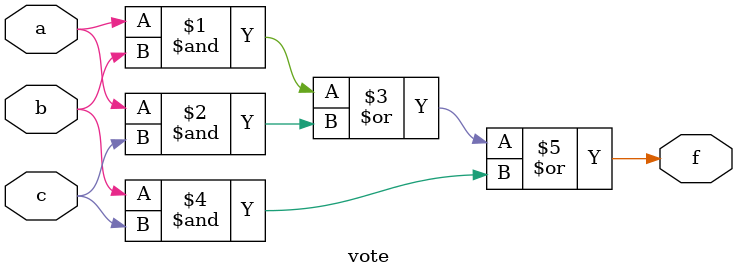
<source format=v>
module vote(a,b,c,f);
	input a,b,c;
	output f;
	wire a,b,c,f;
	assign f = (a&b) | (a&c) | (b&c);
endmodule


</source>
